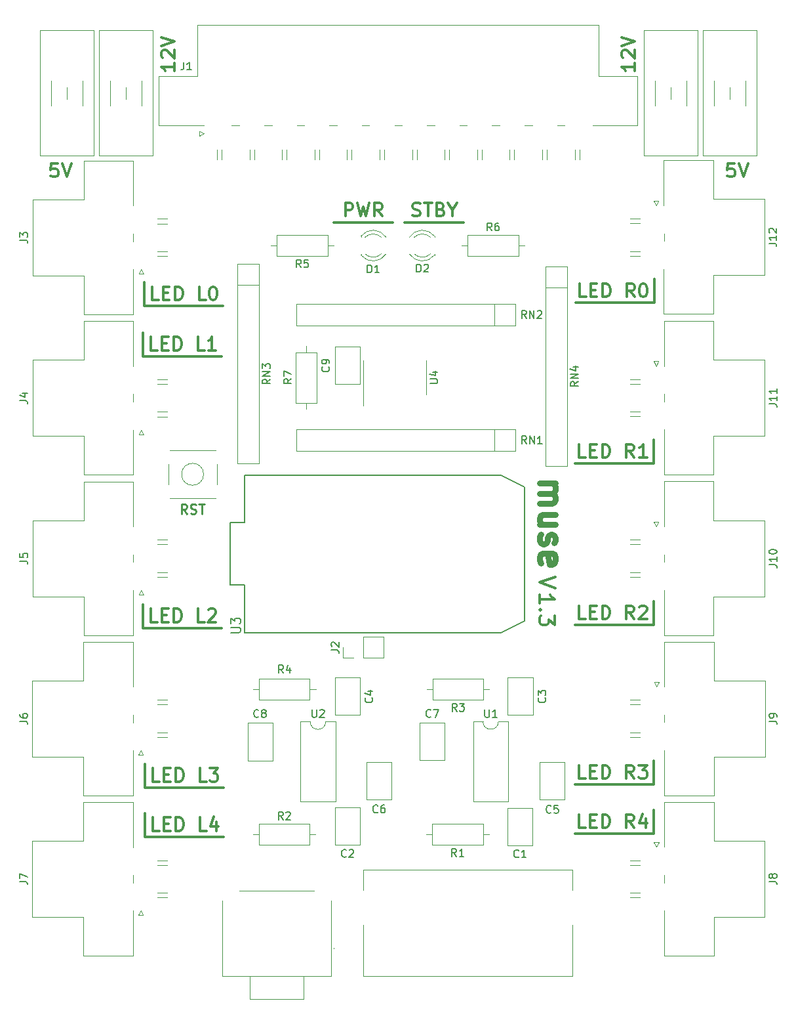
<source format=gbr>
%TF.GenerationSoftware,KiCad,Pcbnew,(5.1.8-0-10_14)*%
%TF.CreationDate,2021-03-27T13:16:03-04:00*%
%TF.ProjectId,muse,6d757365-2e6b-4696-9361-645f70636258,rev?*%
%TF.SameCoordinates,Original*%
%TF.FileFunction,Legend,Top*%
%TF.FilePolarity,Positive*%
%FSLAX46Y46*%
G04 Gerber Fmt 4.6, Leading zero omitted, Abs format (unit mm)*
G04 Created by KiCad (PCBNEW (5.1.8-0-10_14)) date 2021-03-27 13:16:03*
%MOMM*%
%LPD*%
G01*
G04 APERTURE LIST*
%ADD10C,0.300000*%
%ADD11C,0.250000*%
%ADD12C,0.350000*%
%ADD13C,0.750000*%
%ADD14C,0.120000*%
%ADD15C,0.100000*%
%ADD16C,0.150000*%
G04 APERTURE END LIST*
D10*
X36224666Y-26102333D02*
X36224666Y-27102333D01*
X36224666Y-26602333D02*
X34474666Y-26602333D01*
X34724666Y-26769000D01*
X34891333Y-26935666D01*
X34974666Y-27102333D01*
X34641333Y-25435666D02*
X34558000Y-25352333D01*
X34474666Y-25185666D01*
X34474666Y-24769000D01*
X34558000Y-24602333D01*
X34641333Y-24519000D01*
X34808000Y-24435666D01*
X34974666Y-24435666D01*
X35224666Y-24519000D01*
X36224666Y-25519000D01*
X36224666Y-24435666D01*
X34474666Y-23935666D02*
X36224666Y-23352333D01*
X34474666Y-22769000D01*
X95660666Y-26102333D02*
X95660666Y-27102333D01*
X95660666Y-26602333D02*
X93910666Y-26602333D01*
X94160666Y-26769000D01*
X94327333Y-26935666D01*
X94410666Y-27102333D01*
X94077333Y-25435666D02*
X93994000Y-25352333D01*
X93910666Y-25185666D01*
X93910666Y-24769000D01*
X93994000Y-24602333D01*
X94077333Y-24519000D01*
X94244000Y-24435666D01*
X94410666Y-24435666D01*
X94660666Y-24519000D01*
X95660666Y-25519000D01*
X95660666Y-24435666D01*
X93910666Y-23935666D02*
X95660666Y-23352333D01*
X93910666Y-22769000D01*
X108505666Y-39046666D02*
X107672333Y-39046666D01*
X107589000Y-39880000D01*
X107672333Y-39796666D01*
X107839000Y-39713333D01*
X108255666Y-39713333D01*
X108422333Y-39796666D01*
X108505666Y-39880000D01*
X108589000Y-40046666D01*
X108589000Y-40463333D01*
X108505666Y-40630000D01*
X108422333Y-40713333D01*
X108255666Y-40796666D01*
X107839000Y-40796666D01*
X107672333Y-40713333D01*
X107589000Y-40630000D01*
X109089000Y-39046666D02*
X109672333Y-40796666D01*
X110255666Y-39046666D01*
X21129666Y-39046666D02*
X20296333Y-39046666D01*
X20213000Y-39880000D01*
X20296333Y-39796666D01*
X20463000Y-39713333D01*
X20879666Y-39713333D01*
X21046333Y-39796666D01*
X21129666Y-39880000D01*
X21213000Y-40046666D01*
X21213000Y-40463333D01*
X21129666Y-40630000D01*
X21046333Y-40713333D01*
X20879666Y-40796666D01*
X20463000Y-40796666D01*
X20296333Y-40713333D01*
X20213000Y-40630000D01*
X21713000Y-39046666D02*
X22296333Y-40796666D01*
X22879666Y-39046666D01*
X56799000Y-46641000D02*
X64389000Y-46641000D01*
X58245666Y-45876666D02*
X58245666Y-44126666D01*
X58912333Y-44126666D01*
X59079000Y-44210000D01*
X59162333Y-44293333D01*
X59245666Y-44460000D01*
X59245666Y-44710000D01*
X59162333Y-44876666D01*
X59079000Y-44960000D01*
X58912333Y-45043333D01*
X58245666Y-45043333D01*
X59829000Y-44126666D02*
X60245666Y-45876666D01*
X60579000Y-44626666D01*
X60912333Y-45876666D01*
X61329000Y-44126666D01*
X62995666Y-45876666D02*
X62412333Y-45043333D01*
X61995666Y-45876666D02*
X61995666Y-44126666D01*
X62662333Y-44126666D01*
X62829000Y-44210000D01*
X62912333Y-44293333D01*
X62995666Y-44460000D01*
X62995666Y-44710000D01*
X62912333Y-44876666D01*
X62829000Y-44960000D01*
X62662333Y-45043333D01*
X61995666Y-45043333D01*
X65943000Y-46641000D02*
X73533000Y-46641000D01*
X66931333Y-45793333D02*
X67181333Y-45876666D01*
X67598000Y-45876666D01*
X67764666Y-45793333D01*
X67848000Y-45710000D01*
X67931333Y-45543333D01*
X67931333Y-45376666D01*
X67848000Y-45210000D01*
X67764666Y-45126666D01*
X67598000Y-45043333D01*
X67264666Y-44960000D01*
X67098000Y-44876666D01*
X67014666Y-44793333D01*
X66931333Y-44626666D01*
X66931333Y-44460000D01*
X67014666Y-44293333D01*
X67098000Y-44210000D01*
X67264666Y-44126666D01*
X67681333Y-44126666D01*
X67931333Y-44210000D01*
X68431333Y-44126666D02*
X69431333Y-44126666D01*
X68931333Y-45876666D02*
X68931333Y-44126666D01*
X70598000Y-44960000D02*
X70848000Y-45043333D01*
X70931333Y-45126666D01*
X71014666Y-45293333D01*
X71014666Y-45543333D01*
X70931333Y-45710000D01*
X70848000Y-45793333D01*
X70681333Y-45876666D01*
X70014666Y-45876666D01*
X70014666Y-44126666D01*
X70598000Y-44126666D01*
X70764666Y-44210000D01*
X70848000Y-44293333D01*
X70931333Y-44460000D01*
X70931333Y-44626666D01*
X70848000Y-44793333D01*
X70764666Y-44876666D01*
X70598000Y-44960000D01*
X70014666Y-44960000D01*
X72098000Y-45043333D02*
X72098000Y-45876666D01*
X71514666Y-44126666D02*
X72098000Y-45043333D01*
X72681333Y-44126666D01*
D11*
X37796476Y-84258476D02*
X37379809Y-83663238D01*
X37082190Y-84258476D02*
X37082190Y-83008476D01*
X37558380Y-83008476D01*
X37677428Y-83068000D01*
X37736952Y-83127523D01*
X37796476Y-83246571D01*
X37796476Y-83425142D01*
X37736952Y-83544190D01*
X37677428Y-83603714D01*
X37558380Y-83663238D01*
X37082190Y-83663238D01*
X38272666Y-84198952D02*
X38451238Y-84258476D01*
X38748857Y-84258476D01*
X38867904Y-84198952D01*
X38927428Y-84139428D01*
X38986952Y-84020380D01*
X38986952Y-83901333D01*
X38927428Y-83782285D01*
X38867904Y-83722761D01*
X38748857Y-83663238D01*
X38510761Y-83603714D01*
X38391714Y-83544190D01*
X38332190Y-83484666D01*
X38272666Y-83365619D01*
X38272666Y-83246571D01*
X38332190Y-83127523D01*
X38391714Y-83068000D01*
X38510761Y-83008476D01*
X38808380Y-83008476D01*
X38986952Y-83068000D01*
X39344095Y-83008476D02*
X40058380Y-83008476D01*
X39701238Y-84258476D02*
X39701238Y-83008476D01*
D10*
X32415000Y-125889000D02*
X32415000Y-122841000D01*
X32415000Y-125889000D02*
X42575000Y-125889000D01*
X34225666Y-125156666D02*
X33392333Y-125156666D01*
X33392333Y-123406666D01*
X34809000Y-124240000D02*
X35392333Y-124240000D01*
X35642333Y-125156666D02*
X34809000Y-125156666D01*
X34809000Y-123406666D01*
X35642333Y-123406666D01*
X36392333Y-125156666D02*
X36392333Y-123406666D01*
X36809000Y-123406666D01*
X37059000Y-123490000D01*
X37225666Y-123656666D01*
X37309000Y-123823333D01*
X37392333Y-124156666D01*
X37392333Y-124406666D01*
X37309000Y-124740000D01*
X37225666Y-124906666D01*
X37059000Y-125073333D01*
X36809000Y-125156666D01*
X36392333Y-125156666D01*
X40309000Y-125156666D02*
X39475666Y-125156666D01*
X39475666Y-123406666D01*
X41642333Y-123990000D02*
X41642333Y-125156666D01*
X41225666Y-123323333D02*
X40809000Y-124573333D01*
X41892333Y-124573333D01*
X32415000Y-119539000D02*
X32415000Y-116491000D01*
X32415000Y-119539000D02*
X42575000Y-119539000D01*
X34225666Y-118806666D02*
X33392333Y-118806666D01*
X33392333Y-117056666D01*
X34809000Y-117890000D02*
X35392333Y-117890000D01*
X35642333Y-118806666D02*
X34809000Y-118806666D01*
X34809000Y-117056666D01*
X35642333Y-117056666D01*
X36392333Y-118806666D02*
X36392333Y-117056666D01*
X36809000Y-117056666D01*
X37059000Y-117140000D01*
X37225666Y-117306666D01*
X37309000Y-117473333D01*
X37392333Y-117806666D01*
X37392333Y-118056666D01*
X37309000Y-118390000D01*
X37225666Y-118556666D01*
X37059000Y-118723333D01*
X36809000Y-118806666D01*
X36392333Y-118806666D01*
X40309000Y-118806666D02*
X39475666Y-118806666D01*
X39475666Y-117056666D01*
X40725666Y-117056666D02*
X41809000Y-117056666D01*
X41225666Y-117723333D01*
X41475666Y-117723333D01*
X41642333Y-117806666D01*
X41725666Y-117890000D01*
X41809000Y-118056666D01*
X41809000Y-118473333D01*
X41725666Y-118640000D01*
X41642333Y-118723333D01*
X41475666Y-118806666D01*
X40975666Y-118806666D01*
X40809000Y-118723333D01*
X40725666Y-118640000D01*
X32161000Y-98965000D02*
X32161000Y-95917000D01*
X32161000Y-98965000D02*
X42321000Y-98965000D01*
X33971666Y-98232666D02*
X33138333Y-98232666D01*
X33138333Y-96482666D01*
X34555000Y-97316000D02*
X35138333Y-97316000D01*
X35388333Y-98232666D02*
X34555000Y-98232666D01*
X34555000Y-96482666D01*
X35388333Y-96482666D01*
X36138333Y-98232666D02*
X36138333Y-96482666D01*
X36555000Y-96482666D01*
X36805000Y-96566000D01*
X36971666Y-96732666D01*
X37055000Y-96899333D01*
X37138333Y-97232666D01*
X37138333Y-97482666D01*
X37055000Y-97816000D01*
X36971666Y-97982666D01*
X36805000Y-98149333D01*
X36555000Y-98232666D01*
X36138333Y-98232666D01*
X40055000Y-98232666D02*
X39221666Y-98232666D01*
X39221666Y-96482666D01*
X40555000Y-96649333D02*
X40638333Y-96566000D01*
X40805000Y-96482666D01*
X41221666Y-96482666D01*
X41388333Y-96566000D01*
X41471666Y-96649333D01*
X41555000Y-96816000D01*
X41555000Y-96982666D01*
X41471666Y-97232666D01*
X40471666Y-98232666D01*
X41555000Y-98232666D01*
X32161000Y-63913000D02*
X32161000Y-60865000D01*
X32161000Y-63913000D02*
X42321000Y-63913000D01*
X33971666Y-63180666D02*
X33138333Y-63180666D01*
X33138333Y-61430666D01*
X34555000Y-62264000D02*
X35138333Y-62264000D01*
X35388333Y-63180666D02*
X34555000Y-63180666D01*
X34555000Y-61430666D01*
X35388333Y-61430666D01*
X36138333Y-63180666D02*
X36138333Y-61430666D01*
X36555000Y-61430666D01*
X36805000Y-61514000D01*
X36971666Y-61680666D01*
X37055000Y-61847333D01*
X37138333Y-62180666D01*
X37138333Y-62430666D01*
X37055000Y-62764000D01*
X36971666Y-62930666D01*
X36805000Y-63097333D01*
X36555000Y-63180666D01*
X36138333Y-63180666D01*
X40055000Y-63180666D02*
X39221666Y-63180666D01*
X39221666Y-61430666D01*
X41555000Y-63180666D02*
X40555000Y-63180666D01*
X41055000Y-63180666D02*
X41055000Y-61430666D01*
X40888333Y-61680666D01*
X40721666Y-61847333D01*
X40555000Y-61930666D01*
X32321000Y-57425000D02*
X42481000Y-57425000D01*
X32321000Y-57425000D02*
X32321000Y-54377000D01*
X34131666Y-56692666D02*
X33298333Y-56692666D01*
X33298333Y-54942666D01*
X34715000Y-55776000D02*
X35298333Y-55776000D01*
X35548333Y-56692666D02*
X34715000Y-56692666D01*
X34715000Y-54942666D01*
X35548333Y-54942666D01*
X36298333Y-56692666D02*
X36298333Y-54942666D01*
X36715000Y-54942666D01*
X36965000Y-55026000D01*
X37131666Y-55192666D01*
X37215000Y-55359333D01*
X37298333Y-55692666D01*
X37298333Y-55942666D01*
X37215000Y-56276000D01*
X37131666Y-56442666D01*
X36965000Y-56609333D01*
X36715000Y-56692666D01*
X36298333Y-56692666D01*
X40215000Y-56692666D02*
X39381666Y-56692666D01*
X39381666Y-54942666D01*
X41131666Y-54942666D02*
X41298333Y-54942666D01*
X41465000Y-55026000D01*
X41548333Y-55109333D01*
X41631666Y-55276000D01*
X41715000Y-55609333D01*
X41715000Y-56026000D01*
X41631666Y-56359333D01*
X41548333Y-56526000D01*
X41465000Y-56609333D01*
X41298333Y-56692666D01*
X41131666Y-56692666D01*
X40965000Y-56609333D01*
X40881666Y-56526000D01*
X40798333Y-56359333D01*
X40715000Y-56026000D01*
X40715000Y-55609333D01*
X40798333Y-55276000D01*
X40881666Y-55109333D01*
X40965000Y-55026000D01*
X41131666Y-54942666D01*
X87947000Y-125497000D02*
X98107000Y-125497000D01*
X98107000Y-125497000D02*
X98107000Y-122449000D01*
X89273000Y-124764666D02*
X88439666Y-124764666D01*
X88439666Y-123014666D01*
X89856333Y-123848000D02*
X90439666Y-123848000D01*
X90689666Y-124764666D02*
X89856333Y-124764666D01*
X89856333Y-123014666D01*
X90689666Y-123014666D01*
X91439666Y-124764666D02*
X91439666Y-123014666D01*
X91856333Y-123014666D01*
X92106333Y-123098000D01*
X92273000Y-123264666D01*
X92356333Y-123431333D01*
X92439666Y-123764666D01*
X92439666Y-124014666D01*
X92356333Y-124348000D01*
X92273000Y-124514666D01*
X92106333Y-124681333D01*
X91856333Y-124764666D01*
X91439666Y-124764666D01*
X95523000Y-124764666D02*
X94939666Y-123931333D01*
X94523000Y-124764666D02*
X94523000Y-123014666D01*
X95189666Y-123014666D01*
X95356333Y-123098000D01*
X95439666Y-123181333D01*
X95523000Y-123348000D01*
X95523000Y-123598000D01*
X95439666Y-123764666D01*
X95356333Y-123848000D01*
X95189666Y-123931333D01*
X94523000Y-123931333D01*
X97023000Y-123598000D02*
X97023000Y-124764666D01*
X96606333Y-122931333D02*
X96189666Y-124181333D01*
X97273000Y-124181333D01*
X87947000Y-119147000D02*
X98107000Y-119147000D01*
X98107000Y-119147000D02*
X98107000Y-116099000D01*
X89273000Y-118414666D02*
X88439666Y-118414666D01*
X88439666Y-116664666D01*
X89856333Y-117498000D02*
X90439666Y-117498000D01*
X90689666Y-118414666D02*
X89856333Y-118414666D01*
X89856333Y-116664666D01*
X90689666Y-116664666D01*
X91439666Y-118414666D02*
X91439666Y-116664666D01*
X91856333Y-116664666D01*
X92106333Y-116748000D01*
X92273000Y-116914666D01*
X92356333Y-117081333D01*
X92439666Y-117414666D01*
X92439666Y-117664666D01*
X92356333Y-117998000D01*
X92273000Y-118164666D01*
X92106333Y-118331333D01*
X91856333Y-118414666D01*
X91439666Y-118414666D01*
X95523000Y-118414666D02*
X94939666Y-117581333D01*
X94523000Y-118414666D02*
X94523000Y-116664666D01*
X95189666Y-116664666D01*
X95356333Y-116748000D01*
X95439666Y-116831333D01*
X95523000Y-116998000D01*
X95523000Y-117248000D01*
X95439666Y-117414666D01*
X95356333Y-117498000D01*
X95189666Y-117581333D01*
X94523000Y-117581333D01*
X96106333Y-116664666D02*
X97189666Y-116664666D01*
X96606333Y-117331333D01*
X96856333Y-117331333D01*
X97023000Y-117414666D01*
X97106333Y-117498000D01*
X97189666Y-117664666D01*
X97189666Y-118081333D01*
X97106333Y-118248000D01*
X97023000Y-118331333D01*
X96856333Y-118414666D01*
X96356333Y-118414666D01*
X96189666Y-118331333D01*
X96106333Y-118248000D01*
X87947000Y-98573000D02*
X98107000Y-98573000D01*
X98107000Y-98573000D02*
X98107000Y-95525000D01*
X89273000Y-97840666D02*
X88439666Y-97840666D01*
X88439666Y-96090666D01*
X89856333Y-96924000D02*
X90439666Y-96924000D01*
X90689666Y-97840666D02*
X89856333Y-97840666D01*
X89856333Y-96090666D01*
X90689666Y-96090666D01*
X91439666Y-97840666D02*
X91439666Y-96090666D01*
X91856333Y-96090666D01*
X92106333Y-96174000D01*
X92273000Y-96340666D01*
X92356333Y-96507333D01*
X92439666Y-96840666D01*
X92439666Y-97090666D01*
X92356333Y-97424000D01*
X92273000Y-97590666D01*
X92106333Y-97757333D01*
X91856333Y-97840666D01*
X91439666Y-97840666D01*
X95523000Y-97840666D02*
X94939666Y-97007333D01*
X94523000Y-97840666D02*
X94523000Y-96090666D01*
X95189666Y-96090666D01*
X95356333Y-96174000D01*
X95439666Y-96257333D01*
X95523000Y-96424000D01*
X95523000Y-96674000D01*
X95439666Y-96840666D01*
X95356333Y-96924000D01*
X95189666Y-97007333D01*
X94523000Y-97007333D01*
X96189666Y-96257333D02*
X96273000Y-96174000D01*
X96439666Y-96090666D01*
X96856333Y-96090666D01*
X97023000Y-96174000D01*
X97106333Y-96257333D01*
X97189666Y-96424000D01*
X97189666Y-96590666D01*
X97106333Y-96840666D01*
X96106333Y-97840666D01*
X97189666Y-97840666D01*
X87947000Y-77745000D02*
X98107000Y-77745000D01*
X98107000Y-77745000D02*
X98107000Y-74697000D01*
X89273000Y-77012666D02*
X88439666Y-77012666D01*
X88439666Y-75262666D01*
X89856333Y-76096000D02*
X90439666Y-76096000D01*
X90689666Y-77012666D02*
X89856333Y-77012666D01*
X89856333Y-75262666D01*
X90689666Y-75262666D01*
X91439666Y-77012666D02*
X91439666Y-75262666D01*
X91856333Y-75262666D01*
X92106333Y-75346000D01*
X92273000Y-75512666D01*
X92356333Y-75679333D01*
X92439666Y-76012666D01*
X92439666Y-76262666D01*
X92356333Y-76596000D01*
X92273000Y-76762666D01*
X92106333Y-76929333D01*
X91856333Y-77012666D01*
X91439666Y-77012666D01*
X95523000Y-77012666D02*
X94939666Y-76179333D01*
X94523000Y-77012666D02*
X94523000Y-75262666D01*
X95189666Y-75262666D01*
X95356333Y-75346000D01*
X95439666Y-75429333D01*
X95523000Y-75596000D01*
X95523000Y-75846000D01*
X95439666Y-76012666D01*
X95356333Y-76096000D01*
X95189666Y-76179333D01*
X94523000Y-76179333D01*
X97189666Y-77012666D02*
X96189666Y-77012666D01*
X96689666Y-77012666D02*
X96689666Y-75262666D01*
X96523000Y-75512666D01*
X96356333Y-75679333D01*
X96189666Y-75762666D01*
X98171000Y-57023000D02*
X98171000Y-53975000D01*
X88011000Y-57023000D02*
X98171000Y-57023000D01*
X89337000Y-56290666D02*
X88503666Y-56290666D01*
X88503666Y-54540666D01*
X89920333Y-55374000D02*
X90503666Y-55374000D01*
X90753666Y-56290666D02*
X89920333Y-56290666D01*
X89920333Y-54540666D01*
X90753666Y-54540666D01*
X91503666Y-56290666D02*
X91503666Y-54540666D01*
X91920333Y-54540666D01*
X92170333Y-54624000D01*
X92337000Y-54790666D01*
X92420333Y-54957333D01*
X92503666Y-55290666D01*
X92503666Y-55540666D01*
X92420333Y-55874000D01*
X92337000Y-56040666D01*
X92170333Y-56207333D01*
X91920333Y-56290666D01*
X91503666Y-56290666D01*
X95587000Y-56290666D02*
X95003666Y-55457333D01*
X94587000Y-56290666D02*
X94587000Y-54540666D01*
X95253666Y-54540666D01*
X95420333Y-54624000D01*
X95503666Y-54707333D01*
X95587000Y-54874000D01*
X95587000Y-55124000D01*
X95503666Y-55290666D01*
X95420333Y-55374000D01*
X95253666Y-55457333D01*
X94587000Y-55457333D01*
X96670333Y-54540666D02*
X96837000Y-54540666D01*
X97003666Y-54624000D01*
X97087000Y-54707333D01*
X97170333Y-54874000D01*
X97253666Y-55207333D01*
X97253666Y-55624000D01*
X97170333Y-55957333D01*
X97087000Y-56124000D01*
X97003666Y-56207333D01*
X96837000Y-56290666D01*
X96670333Y-56290666D01*
X96503666Y-56207333D01*
X96420333Y-56124000D01*
X96337000Y-55957333D01*
X96253666Y-55624000D01*
X96253666Y-55207333D01*
X96337000Y-54874000D01*
X96420333Y-54707333D01*
X96503666Y-54624000D01*
X96670333Y-54540666D01*
D12*
X83318857Y-95811285D02*
X83318857Y-94697000D01*
X83318857Y-95254142D02*
X85268857Y-95254142D01*
X84990285Y-95068428D01*
X84804571Y-94882714D01*
X84711714Y-94697000D01*
X83504571Y-96647000D02*
X83411714Y-96739857D01*
X83318857Y-96647000D01*
X83411714Y-96554142D01*
X83504571Y-96647000D01*
X83318857Y-96647000D01*
X85268857Y-97389857D02*
X85268857Y-98597000D01*
X84526000Y-97947000D01*
X84526000Y-98225571D01*
X84433142Y-98411285D01*
X84340285Y-98504142D01*
X84154571Y-98597000D01*
X83690285Y-98597000D01*
X83504571Y-98504142D01*
X83411714Y-98411285D01*
X83318857Y-98225571D01*
X83318857Y-97668428D01*
X83411714Y-97482714D01*
X83504571Y-97389857D01*
X85351857Y-92376714D02*
X83351857Y-93091000D01*
X85351857Y-93805285D01*
D13*
X83351857Y-80328142D02*
X85351857Y-80328142D01*
X85066142Y-80328142D02*
X85209000Y-80471000D01*
X85351857Y-80756714D01*
X85351857Y-81185285D01*
X85209000Y-81471000D01*
X84923285Y-81613857D01*
X83351857Y-81613857D01*
X84923285Y-81613857D02*
X85209000Y-81756714D01*
X85351857Y-82042428D01*
X85351857Y-82471000D01*
X85209000Y-82756714D01*
X84923285Y-82899571D01*
X83351857Y-82899571D01*
X85351857Y-85613857D02*
X83351857Y-85613857D01*
X85351857Y-84328142D02*
X83780428Y-84328142D01*
X83494714Y-84471000D01*
X83351857Y-84756714D01*
X83351857Y-85185285D01*
X83494714Y-85471000D01*
X83637571Y-85613857D01*
X83494714Y-86899571D02*
X83351857Y-87185285D01*
X83351857Y-87756714D01*
X83494714Y-88042428D01*
X83780428Y-88185285D01*
X83923285Y-88185285D01*
X84209000Y-88042428D01*
X84351857Y-87756714D01*
X84351857Y-87328142D01*
X84494714Y-87042428D01*
X84780428Y-86899571D01*
X84923285Y-86899571D01*
X85209000Y-87042428D01*
X85351857Y-87328142D01*
X85351857Y-87756714D01*
X85209000Y-88042428D01*
X83494714Y-90613857D02*
X83351857Y-90328142D01*
X83351857Y-89756714D01*
X83494714Y-89471000D01*
X83780428Y-89328142D01*
X84923285Y-89328142D01*
X85209000Y-89471000D01*
X85351857Y-89756714D01*
X85351857Y-90328142D01*
X85209000Y-90613857D01*
X84923285Y-90756714D01*
X84637571Y-90756714D01*
X84351857Y-89328142D01*
D14*
%TO.C,C9*%
X60167000Y-62711000D02*
X60167000Y-67551000D01*
X56927000Y-62711000D02*
X56927000Y-67551000D01*
X60167000Y-62711000D02*
X56927000Y-62711000D01*
X60167000Y-67551000D02*
X56927000Y-67551000D01*
%TO.C,C8*%
X45637000Y-116077000D02*
X45637000Y-111237000D01*
X48877000Y-116077000D02*
X48877000Y-111237000D01*
X45637000Y-116077000D02*
X48877000Y-116077000D01*
X45637000Y-111237000D02*
X48877000Y-111237000D01*
%TO.C,C7*%
X67849000Y-116047000D02*
X67849000Y-111207000D01*
X71089000Y-116047000D02*
X71089000Y-111207000D01*
X67849000Y-116047000D02*
X71089000Y-116047000D01*
X67849000Y-111207000D02*
X71089000Y-111207000D01*
%TO.C,C6*%
X64231000Y-116305000D02*
X64231000Y-121145000D01*
X60991000Y-116305000D02*
X60991000Y-121145000D01*
X64231000Y-116305000D02*
X60991000Y-116305000D01*
X64231000Y-121145000D02*
X60991000Y-121145000D01*
%TO.C,C5*%
X86563000Y-116277000D02*
X86563000Y-121117000D01*
X83323000Y-116277000D02*
X83323000Y-121117000D01*
X86563000Y-116277000D02*
X83323000Y-116277000D01*
X86563000Y-121117000D02*
X83323000Y-121117000D01*
%TO.C,C4*%
X56947000Y-110177000D02*
X56947000Y-105337000D01*
X60187000Y-110177000D02*
X60187000Y-105337000D01*
X56947000Y-110177000D02*
X60187000Y-110177000D01*
X56947000Y-105337000D02*
X60187000Y-105337000D01*
%TO.C,C3*%
X79223000Y-110177000D02*
X79223000Y-105337000D01*
X82463000Y-110177000D02*
X82463000Y-105337000D01*
X79223000Y-110177000D02*
X82463000Y-110177000D01*
X79223000Y-105337000D02*
X82463000Y-105337000D01*
%TO.C,C2*%
X60167000Y-122147000D02*
X60167000Y-126987000D01*
X56927000Y-122147000D02*
X56927000Y-126987000D01*
X60167000Y-122147000D02*
X56927000Y-122147000D01*
X60167000Y-126987000D02*
X56927000Y-126987000D01*
%TO.C,C1*%
X82443000Y-122167000D02*
X82443000Y-127007000D01*
X79203000Y-122167000D02*
X79203000Y-127007000D01*
X82443000Y-122167000D02*
X79203000Y-122167000D01*
X82443000Y-127007000D02*
X79203000Y-127007000D01*
D15*
%TO.C,CON2*%
X56803000Y-140265000D02*
X56803000Y-140265000D01*
X56803000Y-140365000D02*
X56803000Y-140365000D01*
X52903000Y-146865000D02*
X52903000Y-143865000D01*
X45903000Y-146865000D02*
X52903000Y-146865000D01*
X45903000Y-143965000D02*
X45903000Y-146865000D01*
X44603000Y-132865000D02*
X54203000Y-132865000D01*
X56403000Y-143865000D02*
X56403000Y-134165000D01*
X42403000Y-143865000D02*
X56403000Y-143865000D01*
X42403000Y-134165000D02*
X42403000Y-143865000D01*
X56803000Y-140265000D02*
G75*
G02*
X56803000Y-140365000I0J-50000D01*
G01*
X56803000Y-140365000D02*
G75*
G02*
X56803000Y-140265000I0J50000D01*
G01*
D14*
%TO.C,U4*%
X60608000Y-66675000D02*
X60608000Y-70275000D01*
X60608000Y-66675000D02*
X60608000Y-64475000D01*
X68678000Y-66675000D02*
X68678000Y-68875000D01*
X68678000Y-66675000D02*
X68678000Y-64475000D01*
D16*
%TO.C,U3*%
X78370720Y-79252460D02*
X81400720Y-80776460D01*
X78370720Y-99572460D02*
X81400720Y-98048460D01*
X81400720Y-98048460D02*
X81400720Y-80776460D01*
X45260260Y-79252460D02*
X78370720Y-79252460D01*
X45260720Y-99572460D02*
X78370720Y-99572460D01*
X45260260Y-85399260D02*
X45260260Y-79252460D01*
X45260720Y-93425660D02*
X45260720Y-99572460D01*
X43355260Y-93425660D02*
X45260260Y-93425660D01*
X43355260Y-85399260D02*
X45260260Y-85399260D01*
X43355260Y-93425660D02*
X43355260Y-85399260D01*
D14*
%TO.C,U2*%
X53727000Y-111057000D02*
X52477000Y-111057000D01*
X52477000Y-111057000D02*
X52477000Y-121337000D01*
X52477000Y-121337000D02*
X56977000Y-121337000D01*
X56977000Y-121337000D02*
X56977000Y-111057000D01*
X56977000Y-111057000D02*
X55727000Y-111057000D01*
X55727000Y-111057000D02*
G75*
G02*
X53727000Y-111057000I-1000000J0D01*
G01*
%TO.C,U1*%
X76023000Y-111047000D02*
X74773000Y-111047000D01*
X74773000Y-111047000D02*
X74773000Y-121327000D01*
X74773000Y-121327000D02*
X79273000Y-121327000D01*
X79273000Y-121327000D02*
X79273000Y-111047000D01*
X79273000Y-111047000D02*
X78023000Y-111047000D01*
X78023000Y-111047000D02*
G75*
G02*
X76023000Y-111047000I-1000000J0D01*
G01*
%TO.C,SW1*%
X35413000Y-80497000D02*
X35413000Y-77817000D01*
X41653000Y-77817000D02*
X41653000Y-80497000D01*
X41503000Y-82277000D02*
X35563000Y-82277000D01*
X41503000Y-76037000D02*
X35563000Y-76037000D01*
X39947214Y-79157000D02*
G75*
G03*
X39947214Y-79157000I-1414214J0D01*
G01*
%TO.C,RN4*%
X86871000Y-55085000D02*
X84071000Y-55085000D01*
X86871000Y-78115000D02*
X86871000Y-52375000D01*
X84071000Y-78115000D02*
X86871000Y-78115000D01*
X84071000Y-52375000D02*
X84071000Y-78115000D01*
X86871000Y-52375000D02*
X84071000Y-52375000D01*
%TO.C,RN3*%
X47115000Y-54761000D02*
X44315000Y-54761000D01*
X47115000Y-77791000D02*
X47115000Y-52051000D01*
X44315000Y-77791000D02*
X47115000Y-77791000D01*
X44315000Y-52051000D02*
X44315000Y-77791000D01*
X47115000Y-52051000D02*
X44315000Y-52051000D01*
%TO.C,RN2*%
X77525000Y-59947000D02*
X77525000Y-57147000D01*
X51955000Y-59947000D02*
X80235000Y-59947000D01*
X51955000Y-57147000D02*
X51955000Y-59947000D01*
X80235000Y-57147000D02*
X51955000Y-57147000D01*
X80235000Y-59947000D02*
X80235000Y-57147000D01*
%TO.C,RN1*%
X77535000Y-76151000D02*
X77535000Y-73351000D01*
X51965000Y-76151000D02*
X80245000Y-76151000D01*
X51965000Y-73351000D02*
X51965000Y-76151000D01*
X80245000Y-73351000D02*
X51965000Y-73351000D01*
X80245000Y-76151000D02*
X80245000Y-73351000D01*
%TO.C,R7*%
X53213000Y-62635000D02*
X53213000Y-63405000D01*
X53213000Y-70715000D02*
X53213000Y-69945000D01*
X51843000Y-63405000D02*
X51843000Y-69945000D01*
X54583000Y-63405000D02*
X51843000Y-63405000D01*
X54583000Y-69945000D02*
X54583000Y-63405000D01*
X51843000Y-69945000D02*
X54583000Y-69945000D01*
%TO.C,R6*%
X81383000Y-49657000D02*
X80613000Y-49657000D01*
X73303000Y-49657000D02*
X74073000Y-49657000D01*
X80613000Y-48287000D02*
X74073000Y-48287000D01*
X80613000Y-51027000D02*
X80613000Y-48287000D01*
X74073000Y-51027000D02*
X80613000Y-51027000D01*
X74073000Y-48287000D02*
X74073000Y-51027000D01*
%TO.C,R5*%
X48665000Y-49657000D02*
X49435000Y-49657000D01*
X56745000Y-49657000D02*
X55975000Y-49657000D01*
X49435000Y-51027000D02*
X55975000Y-51027000D01*
X49435000Y-48287000D02*
X49435000Y-51027000D01*
X55975000Y-48287000D02*
X49435000Y-48287000D01*
X55975000Y-51027000D02*
X55975000Y-48287000D01*
%TO.C,R4*%
X46357000Y-106887000D02*
X47127000Y-106887000D01*
X54437000Y-106887000D02*
X53667000Y-106887000D01*
X47127000Y-108257000D02*
X53667000Y-108257000D01*
X47127000Y-105517000D02*
X47127000Y-108257000D01*
X53667000Y-105517000D02*
X47127000Y-105517000D01*
X53667000Y-108257000D02*
X53667000Y-105517000D01*
%TO.C,R3*%
X68773000Y-106897000D02*
X69543000Y-106897000D01*
X76853000Y-106897000D02*
X76083000Y-106897000D01*
X69543000Y-108267000D02*
X76083000Y-108267000D01*
X69543000Y-105527000D02*
X69543000Y-108267000D01*
X76083000Y-105527000D02*
X69543000Y-105527000D01*
X76083000Y-108267000D02*
X76083000Y-105527000D01*
%TO.C,R2*%
X54427000Y-125607000D02*
X53657000Y-125607000D01*
X46347000Y-125607000D02*
X47117000Y-125607000D01*
X53657000Y-124237000D02*
X47117000Y-124237000D01*
X53657000Y-126977000D02*
X53657000Y-124237000D01*
X47117000Y-126977000D02*
X53657000Y-126977000D01*
X47117000Y-124237000D02*
X47117000Y-126977000D01*
%TO.C,R1*%
X68723000Y-125617000D02*
X69493000Y-125617000D01*
X76803000Y-125617000D02*
X76033000Y-125617000D01*
X69493000Y-126987000D02*
X76033000Y-126987000D01*
X69493000Y-124247000D02*
X69493000Y-126987000D01*
X76033000Y-124247000D02*
X69493000Y-124247000D01*
X76033000Y-126987000D02*
X76033000Y-124247000D01*
%TO.C,J12*%
X112407000Y-48573000D02*
X112407000Y-43663000D01*
X112407000Y-43663000D02*
X105807000Y-43663000D01*
X105807000Y-43663000D02*
X105807000Y-38663000D01*
X105807000Y-38663000D02*
X99387000Y-38663000D01*
X99387000Y-38663000D02*
X99387000Y-44473000D01*
X112407000Y-48573000D02*
X112407000Y-53483000D01*
X112407000Y-53483000D02*
X105807000Y-53483000D01*
X105807000Y-53483000D02*
X105807000Y-58483000D01*
X105807000Y-58483000D02*
X99387000Y-58483000D01*
X99387000Y-58483000D02*
X99387000Y-52673000D01*
X96287000Y-46173000D02*
X95007000Y-46173000D01*
X96287000Y-46773000D02*
X95007000Y-46773000D01*
X96287000Y-50373000D02*
X95007000Y-50373000D01*
X96287000Y-50973000D02*
X95007000Y-50973000D01*
X99397000Y-48083000D02*
X99397000Y-49063000D01*
X98397000Y-44473000D02*
X98097000Y-43873000D01*
X98097000Y-43873000D02*
X98697000Y-43873000D01*
X98697000Y-43873000D02*
X98397000Y-44473000D01*
%TO.C,J11*%
X112417000Y-69283000D02*
X112417000Y-64373000D01*
X112417000Y-64373000D02*
X105817000Y-64373000D01*
X105817000Y-64373000D02*
X105817000Y-59373000D01*
X105817000Y-59373000D02*
X99397000Y-59373000D01*
X99397000Y-59373000D02*
X99397000Y-65183000D01*
X112417000Y-69283000D02*
X112417000Y-74193000D01*
X112417000Y-74193000D02*
X105817000Y-74193000D01*
X105817000Y-74193000D02*
X105817000Y-79193000D01*
X105817000Y-79193000D02*
X99397000Y-79193000D01*
X99397000Y-79193000D02*
X99397000Y-73383000D01*
X96297000Y-66883000D02*
X95017000Y-66883000D01*
X96297000Y-67483000D02*
X95017000Y-67483000D01*
X96297000Y-71083000D02*
X95017000Y-71083000D01*
X96297000Y-71683000D02*
X95017000Y-71683000D01*
X99407000Y-68793000D02*
X99407000Y-69773000D01*
X98407000Y-65183000D02*
X98107000Y-64583000D01*
X98107000Y-64583000D02*
X98707000Y-64583000D01*
X98707000Y-64583000D02*
X98407000Y-65183000D01*
%TO.C,J10*%
X112417000Y-89993000D02*
X112417000Y-85083000D01*
X112417000Y-85083000D02*
X105817000Y-85083000D01*
X105817000Y-85083000D02*
X105817000Y-80083000D01*
X105817000Y-80083000D02*
X99397000Y-80083000D01*
X99397000Y-80083000D02*
X99397000Y-85893000D01*
X112417000Y-89993000D02*
X112417000Y-94903000D01*
X112417000Y-94903000D02*
X105817000Y-94903000D01*
X105817000Y-94903000D02*
X105817000Y-99903000D01*
X105817000Y-99903000D02*
X99397000Y-99903000D01*
X99397000Y-99903000D02*
X99397000Y-94093000D01*
X96297000Y-87593000D02*
X95017000Y-87593000D01*
X96297000Y-88193000D02*
X95017000Y-88193000D01*
X96297000Y-91793000D02*
X95017000Y-91793000D01*
X96297000Y-92393000D02*
X95017000Y-92393000D01*
X99407000Y-89503000D02*
X99407000Y-90483000D01*
X98407000Y-85893000D02*
X98107000Y-85293000D01*
X98107000Y-85293000D02*
X98707000Y-85293000D01*
X98707000Y-85293000D02*
X98407000Y-85893000D01*
%TO.C,J9*%
X112437000Y-110663000D02*
X112437000Y-105753000D01*
X112437000Y-105753000D02*
X105837000Y-105753000D01*
X105837000Y-105753000D02*
X105837000Y-100753000D01*
X105837000Y-100753000D02*
X99417000Y-100753000D01*
X99417000Y-100753000D02*
X99417000Y-106563000D01*
X112437000Y-110663000D02*
X112437000Y-115573000D01*
X112437000Y-115573000D02*
X105837000Y-115573000D01*
X105837000Y-115573000D02*
X105837000Y-120573000D01*
X105837000Y-120573000D02*
X99417000Y-120573000D01*
X99417000Y-120573000D02*
X99417000Y-114763000D01*
X96317000Y-108263000D02*
X95037000Y-108263000D01*
X96317000Y-108863000D02*
X95037000Y-108863000D01*
X96317000Y-112463000D02*
X95037000Y-112463000D01*
X96317000Y-113063000D02*
X95037000Y-113063000D01*
X99427000Y-110173000D02*
X99427000Y-111153000D01*
X98427000Y-106563000D02*
X98127000Y-105963000D01*
X98127000Y-105963000D02*
X98727000Y-105963000D01*
X98727000Y-105963000D02*
X98427000Y-106563000D01*
%TO.C,J8*%
X112427000Y-131343000D02*
X112427000Y-126433000D01*
X112427000Y-126433000D02*
X105827000Y-126433000D01*
X105827000Y-126433000D02*
X105827000Y-121433000D01*
X105827000Y-121433000D02*
X99407000Y-121433000D01*
X99407000Y-121433000D02*
X99407000Y-127243000D01*
X112427000Y-131343000D02*
X112427000Y-136253000D01*
X112427000Y-136253000D02*
X105827000Y-136253000D01*
X105827000Y-136253000D02*
X105827000Y-141253000D01*
X105827000Y-141253000D02*
X99407000Y-141253000D01*
X99407000Y-141253000D02*
X99407000Y-135443000D01*
X96307000Y-128943000D02*
X95027000Y-128943000D01*
X96307000Y-129543000D02*
X95027000Y-129543000D01*
X96307000Y-133143000D02*
X95027000Y-133143000D01*
X96307000Y-133743000D02*
X95027000Y-133743000D01*
X99417000Y-130853000D02*
X99417000Y-131833000D01*
X98417000Y-127243000D02*
X98117000Y-126643000D01*
X98117000Y-126643000D02*
X98717000Y-126643000D01*
X98717000Y-126643000D02*
X98417000Y-127243000D01*
%TO.C,J7*%
X17835000Y-131347000D02*
X17835000Y-136257000D01*
X17835000Y-136257000D02*
X24435000Y-136257000D01*
X24435000Y-136257000D02*
X24435000Y-141257000D01*
X24435000Y-141257000D02*
X30855000Y-141257000D01*
X30855000Y-141257000D02*
X30855000Y-135447000D01*
X17835000Y-131347000D02*
X17835000Y-126437000D01*
X17835000Y-126437000D02*
X24435000Y-126437000D01*
X24435000Y-126437000D02*
X24435000Y-121437000D01*
X24435000Y-121437000D02*
X30855000Y-121437000D01*
X30855000Y-121437000D02*
X30855000Y-127247000D01*
X33955000Y-133747000D02*
X35235000Y-133747000D01*
X33955000Y-133147000D02*
X35235000Y-133147000D01*
X33955000Y-129547000D02*
X35235000Y-129547000D01*
X33955000Y-128947000D02*
X35235000Y-128947000D01*
X30845000Y-131837000D02*
X30845000Y-130857000D01*
X31845000Y-135447000D02*
X32145000Y-136047000D01*
X32145000Y-136047000D02*
X31545000Y-136047000D01*
X31545000Y-136047000D02*
X31845000Y-135447000D01*
%TO.C,J6*%
X17855000Y-110667000D02*
X17855000Y-115577000D01*
X17855000Y-115577000D02*
X24455000Y-115577000D01*
X24455000Y-115577000D02*
X24455000Y-120577000D01*
X24455000Y-120577000D02*
X30875000Y-120577000D01*
X30875000Y-120577000D02*
X30875000Y-114767000D01*
X17855000Y-110667000D02*
X17855000Y-105757000D01*
X17855000Y-105757000D02*
X24455000Y-105757000D01*
X24455000Y-105757000D02*
X24455000Y-100757000D01*
X24455000Y-100757000D02*
X30875000Y-100757000D01*
X30875000Y-100757000D02*
X30875000Y-106567000D01*
X33975000Y-113067000D02*
X35255000Y-113067000D01*
X33975000Y-112467000D02*
X35255000Y-112467000D01*
X33975000Y-108867000D02*
X35255000Y-108867000D01*
X33975000Y-108267000D02*
X35255000Y-108267000D01*
X30865000Y-111157000D02*
X30865000Y-110177000D01*
X31865000Y-114767000D02*
X32165000Y-115367000D01*
X32165000Y-115367000D02*
X31565000Y-115367000D01*
X31565000Y-115367000D02*
X31865000Y-114767000D01*
%TO.C,J5*%
X17865000Y-89997000D02*
X17865000Y-94907000D01*
X17865000Y-94907000D02*
X24465000Y-94907000D01*
X24465000Y-94907000D02*
X24465000Y-99907000D01*
X24465000Y-99907000D02*
X30885000Y-99907000D01*
X30885000Y-99907000D02*
X30885000Y-94097000D01*
X17865000Y-89997000D02*
X17865000Y-85087000D01*
X17865000Y-85087000D02*
X24465000Y-85087000D01*
X24465000Y-85087000D02*
X24465000Y-80087000D01*
X24465000Y-80087000D02*
X30885000Y-80087000D01*
X30885000Y-80087000D02*
X30885000Y-85897000D01*
X33985000Y-92397000D02*
X35265000Y-92397000D01*
X33985000Y-91797000D02*
X35265000Y-91797000D01*
X33985000Y-88197000D02*
X35265000Y-88197000D01*
X33985000Y-87597000D02*
X35265000Y-87597000D01*
X30875000Y-90487000D02*
X30875000Y-89507000D01*
X31875000Y-94097000D02*
X32175000Y-94697000D01*
X32175000Y-94697000D02*
X31575000Y-94697000D01*
X31575000Y-94697000D02*
X31875000Y-94097000D01*
%TO.C,J4*%
X17875000Y-69307000D02*
X17875000Y-74217000D01*
X17875000Y-74217000D02*
X24475000Y-74217000D01*
X24475000Y-74217000D02*
X24475000Y-79217000D01*
X24475000Y-79217000D02*
X30895000Y-79217000D01*
X30895000Y-79217000D02*
X30895000Y-73407000D01*
X17875000Y-69307000D02*
X17875000Y-64397000D01*
X17875000Y-64397000D02*
X24475000Y-64397000D01*
X24475000Y-64397000D02*
X24475000Y-59397000D01*
X24475000Y-59397000D02*
X30895000Y-59397000D01*
X30895000Y-59397000D02*
X30895000Y-65207000D01*
X33995000Y-71707000D02*
X35275000Y-71707000D01*
X33995000Y-71107000D02*
X35275000Y-71107000D01*
X33995000Y-67507000D02*
X35275000Y-67507000D01*
X33995000Y-66907000D02*
X35275000Y-66907000D01*
X30885000Y-69797000D02*
X30885000Y-68817000D01*
X31885000Y-73407000D02*
X32185000Y-74007000D01*
X32185000Y-74007000D02*
X31585000Y-74007000D01*
X31585000Y-74007000D02*
X31885000Y-73407000D01*
%TO.C,J3*%
X17865000Y-48617000D02*
X17865000Y-53527000D01*
X17865000Y-53527000D02*
X24465000Y-53527000D01*
X24465000Y-53527000D02*
X24465000Y-58527000D01*
X24465000Y-58527000D02*
X30885000Y-58527000D01*
X30885000Y-58527000D02*
X30885000Y-52717000D01*
X17865000Y-48617000D02*
X17865000Y-43707000D01*
X17865000Y-43707000D02*
X24465000Y-43707000D01*
X24465000Y-43707000D02*
X24465000Y-38707000D01*
X24465000Y-38707000D02*
X30885000Y-38707000D01*
X30885000Y-38707000D02*
X30885000Y-44517000D01*
X33985000Y-51017000D02*
X35265000Y-51017000D01*
X33985000Y-50417000D02*
X35265000Y-50417000D01*
X33985000Y-46817000D02*
X35265000Y-46817000D01*
X33985000Y-46217000D02*
X35265000Y-46217000D01*
X30875000Y-49107000D02*
X30875000Y-48127000D01*
X31875000Y-52717000D02*
X32175000Y-53317000D01*
X32175000Y-53317000D02*
X31575000Y-53317000D01*
X31575000Y-53317000D02*
X31875000Y-52717000D01*
%TO.C,J2*%
X57979000Y-102803000D02*
X57979000Y-101473000D01*
X59309000Y-102803000D02*
X57979000Y-102803000D01*
X60579000Y-102803000D02*
X60579000Y-100143000D01*
X60579000Y-100143000D02*
X63179000Y-100143000D01*
X60579000Y-102803000D02*
X63179000Y-102803000D01*
X63179000Y-102803000D02*
X63179000Y-100143000D01*
%TO.C,J1*%
X65085000Y-21169000D02*
X39175000Y-21169000D01*
X39175000Y-21169000D02*
X39175000Y-27769000D01*
X39175000Y-27769000D02*
X34175000Y-27769000D01*
X34175000Y-27769000D02*
X34175000Y-34189000D01*
X34175000Y-34189000D02*
X39985000Y-34189000D01*
X65085000Y-21169000D02*
X90995000Y-21169000D01*
X90995000Y-21169000D02*
X90995000Y-27769000D01*
X90995000Y-27769000D02*
X95995000Y-27769000D01*
X95995000Y-27769000D02*
X95995000Y-34189000D01*
X95995000Y-34189000D02*
X90185000Y-34189000D01*
X41685000Y-37289000D02*
X41685000Y-38569000D01*
X42285000Y-37289000D02*
X42285000Y-38569000D01*
X45885000Y-37289000D02*
X45885000Y-38569000D01*
X46485000Y-37289000D02*
X46485000Y-38569000D01*
X50085000Y-37289000D02*
X50085000Y-38569000D01*
X50685000Y-37289000D02*
X50685000Y-38569000D01*
X54285000Y-37289000D02*
X54285000Y-38569000D01*
X54885000Y-37289000D02*
X54885000Y-38569000D01*
X58485000Y-37289000D02*
X58485000Y-38569000D01*
X59085000Y-37289000D02*
X59085000Y-38569000D01*
X62685000Y-37289000D02*
X62685000Y-38569000D01*
X63285000Y-37289000D02*
X63285000Y-38569000D01*
X66885000Y-37289000D02*
X66885000Y-38569000D01*
X67485000Y-37289000D02*
X67485000Y-38569000D01*
X71085000Y-37289000D02*
X71085000Y-38569000D01*
X71685000Y-37289000D02*
X71685000Y-38569000D01*
X75285000Y-37289000D02*
X75285000Y-38569000D01*
X75885000Y-37289000D02*
X75885000Y-38569000D01*
X79485000Y-37289000D02*
X79485000Y-38569000D01*
X80085000Y-37289000D02*
X80085000Y-38569000D01*
X83685000Y-37289000D02*
X83685000Y-38569000D01*
X84285000Y-37289000D02*
X84285000Y-38569000D01*
X87885000Y-37289000D02*
X87885000Y-38569000D01*
X88485000Y-37289000D02*
X88485000Y-38569000D01*
X43595000Y-34179000D02*
X44575000Y-34179000D01*
X47795000Y-34179000D02*
X48775000Y-34179000D01*
X51995000Y-34179000D02*
X52975000Y-34179000D01*
X56195000Y-34179000D02*
X57175000Y-34179000D01*
X60395000Y-34179000D02*
X61375000Y-34179000D01*
X64595000Y-34179000D02*
X65575000Y-34179000D01*
X68795000Y-34179000D02*
X69775000Y-34179000D01*
X72995000Y-34179000D02*
X73975000Y-34179000D01*
X77195000Y-34179000D02*
X78175000Y-34179000D01*
X81395000Y-34179000D02*
X82375000Y-34179000D01*
X85595000Y-34179000D02*
X86575000Y-34179000D01*
X39985000Y-35179000D02*
X39385000Y-35479000D01*
X39385000Y-35479000D02*
X39385000Y-34879000D01*
X39385000Y-34879000D02*
X39985000Y-35179000D01*
%TO.C,F4*%
X109901000Y-28379000D02*
X109901000Y-31579000D01*
X105901000Y-31579000D02*
X105901000Y-28379000D01*
X107901000Y-29229000D02*
X107901000Y-30729000D01*
X111371000Y-38079000D02*
X111371000Y-21879000D01*
X104431000Y-38079000D02*
X111371000Y-38079000D01*
X104431000Y-21879000D02*
X104431000Y-38079000D01*
X111371000Y-21879000D02*
X104431000Y-21879000D01*
%TO.C,F3*%
X24303000Y-28379000D02*
X24303000Y-31579000D01*
X20303000Y-31579000D02*
X20303000Y-28379000D01*
X22303000Y-29229000D02*
X22303000Y-30729000D01*
X25773000Y-38079000D02*
X25773000Y-21879000D01*
X18833000Y-38079000D02*
X25773000Y-38079000D01*
X18833000Y-21879000D02*
X18833000Y-38079000D01*
X25773000Y-21879000D02*
X18833000Y-21879000D01*
%TO.C,F2*%
X102281000Y-28379000D02*
X102281000Y-31579000D01*
X98281000Y-31579000D02*
X98281000Y-28379000D01*
X100281000Y-29229000D02*
X100281000Y-30729000D01*
X103751000Y-38079000D02*
X103751000Y-21879000D01*
X96811000Y-38079000D02*
X103751000Y-38079000D01*
X96811000Y-21879000D02*
X96811000Y-38079000D01*
X103751000Y-21879000D02*
X96811000Y-21879000D01*
%TO.C,F1*%
X31923000Y-28379000D02*
X31923000Y-31579000D01*
X27923000Y-31579000D02*
X27923000Y-28379000D01*
X29923000Y-29229000D02*
X29923000Y-30729000D01*
X33393000Y-38079000D02*
X33393000Y-21879000D01*
X26453000Y-38079000D02*
X33393000Y-38079000D01*
X26453000Y-21879000D02*
X26453000Y-38079000D01*
X33393000Y-21879000D02*
X26453000Y-21879000D01*
%TO.C,D2*%
X69759000Y-48577000D02*
X69759000Y-48421000D01*
X69759000Y-50893000D02*
X69759000Y-50737000D01*
X67157870Y-48577163D02*
G75*
G02*
X69239961Y-48577000I1041130J-1079837D01*
G01*
X67157870Y-50736837D02*
G75*
G03*
X69239961Y-50737000I1041130J1079837D01*
G01*
X66526665Y-48578392D02*
G75*
G02*
X69759000Y-48421484I1672335J-1078608D01*
G01*
X66526665Y-50735608D02*
G75*
G03*
X69759000Y-50892516I1672335J1078608D01*
G01*
%TO.C,D1*%
X60289000Y-50737000D02*
X60289000Y-50893000D01*
X60289000Y-48421000D02*
X60289000Y-48577000D01*
X62890130Y-50736837D02*
G75*
G02*
X60808039Y-50737000I-1041130J1079837D01*
G01*
X62890130Y-48577163D02*
G75*
G03*
X60808039Y-48577000I-1041130J-1079837D01*
G01*
X63521335Y-50735608D02*
G75*
G02*
X60289000Y-50892516I-1672335J1078608D01*
G01*
X63521335Y-48578392D02*
G75*
G03*
X60289000Y-48421484I-1672335J-1078608D01*
G01*
D15*
%TO.C,CON1*%
X87541000Y-130183000D02*
X87541000Y-132758000D01*
X60541000Y-130183000D02*
X87541000Y-130183000D01*
X60541000Y-132758000D02*
X60541000Y-130183000D01*
X87541000Y-143883000D02*
X87541000Y-137258000D01*
X60541000Y-143883000D02*
X87541000Y-143883000D01*
X60541000Y-137258000D02*
X60541000Y-143883000D01*
%TO.C,C9*%
D16*
X56110142Y-65297666D02*
X56157761Y-65345285D01*
X56205380Y-65488142D01*
X56205380Y-65583380D01*
X56157761Y-65726238D01*
X56062523Y-65821476D01*
X55967285Y-65869095D01*
X55776809Y-65916714D01*
X55633952Y-65916714D01*
X55443476Y-65869095D01*
X55348238Y-65821476D01*
X55253000Y-65726238D01*
X55205380Y-65583380D01*
X55205380Y-65488142D01*
X55253000Y-65345285D01*
X55300619Y-65297666D01*
X56205380Y-64821476D02*
X56205380Y-64631000D01*
X56157761Y-64535761D01*
X56110142Y-64488142D01*
X55967285Y-64392904D01*
X55776809Y-64345285D01*
X55395857Y-64345285D01*
X55300619Y-64392904D01*
X55253000Y-64440523D01*
X55205380Y-64535761D01*
X55205380Y-64726238D01*
X55253000Y-64821476D01*
X55300619Y-64869095D01*
X55395857Y-64916714D01*
X55633952Y-64916714D01*
X55729190Y-64869095D01*
X55776809Y-64821476D01*
X55824428Y-64726238D01*
X55824428Y-64535761D01*
X55776809Y-64440523D01*
X55729190Y-64392904D01*
X55633952Y-64345285D01*
%TO.C,C8*%
X47050333Y-110424142D02*
X47002714Y-110471761D01*
X46859857Y-110519380D01*
X46764619Y-110519380D01*
X46621761Y-110471761D01*
X46526523Y-110376523D01*
X46478904Y-110281285D01*
X46431285Y-110090809D01*
X46431285Y-109947952D01*
X46478904Y-109757476D01*
X46526523Y-109662238D01*
X46621761Y-109567000D01*
X46764619Y-109519380D01*
X46859857Y-109519380D01*
X47002714Y-109567000D01*
X47050333Y-109614619D01*
X47621761Y-109947952D02*
X47526523Y-109900333D01*
X47478904Y-109852714D01*
X47431285Y-109757476D01*
X47431285Y-109709857D01*
X47478904Y-109614619D01*
X47526523Y-109567000D01*
X47621761Y-109519380D01*
X47812238Y-109519380D01*
X47907476Y-109567000D01*
X47955095Y-109614619D01*
X48002714Y-109709857D01*
X48002714Y-109757476D01*
X47955095Y-109852714D01*
X47907476Y-109900333D01*
X47812238Y-109947952D01*
X47621761Y-109947952D01*
X47526523Y-109995571D01*
X47478904Y-110043190D01*
X47431285Y-110138428D01*
X47431285Y-110328904D01*
X47478904Y-110424142D01*
X47526523Y-110471761D01*
X47621761Y-110519380D01*
X47812238Y-110519380D01*
X47907476Y-110471761D01*
X47955095Y-110424142D01*
X48002714Y-110328904D01*
X48002714Y-110138428D01*
X47955095Y-110043190D01*
X47907476Y-109995571D01*
X47812238Y-109947952D01*
%TO.C,C7*%
X69282333Y-110404142D02*
X69234714Y-110451761D01*
X69091857Y-110499380D01*
X68996619Y-110499380D01*
X68853761Y-110451761D01*
X68758523Y-110356523D01*
X68710904Y-110261285D01*
X68663285Y-110070809D01*
X68663285Y-109927952D01*
X68710904Y-109737476D01*
X68758523Y-109642238D01*
X68853761Y-109547000D01*
X68996619Y-109499380D01*
X69091857Y-109499380D01*
X69234714Y-109547000D01*
X69282333Y-109594619D01*
X69615666Y-109499380D02*
X70282333Y-109499380D01*
X69853761Y-110499380D01*
%TO.C,C6*%
X62444333Y-122722142D02*
X62396714Y-122769761D01*
X62253857Y-122817380D01*
X62158619Y-122817380D01*
X62015761Y-122769761D01*
X61920523Y-122674523D01*
X61872904Y-122579285D01*
X61825285Y-122388809D01*
X61825285Y-122245952D01*
X61872904Y-122055476D01*
X61920523Y-121960238D01*
X62015761Y-121865000D01*
X62158619Y-121817380D01*
X62253857Y-121817380D01*
X62396714Y-121865000D01*
X62444333Y-121912619D01*
X63301476Y-121817380D02*
X63111000Y-121817380D01*
X63015761Y-121865000D01*
X62968142Y-121912619D01*
X62872904Y-122055476D01*
X62825285Y-122245952D01*
X62825285Y-122626904D01*
X62872904Y-122722142D01*
X62920523Y-122769761D01*
X63015761Y-122817380D01*
X63206238Y-122817380D01*
X63301476Y-122769761D01*
X63349095Y-122722142D01*
X63396714Y-122626904D01*
X63396714Y-122388809D01*
X63349095Y-122293571D01*
X63301476Y-122245952D01*
X63206238Y-122198333D01*
X63015761Y-122198333D01*
X62920523Y-122245952D01*
X62872904Y-122293571D01*
X62825285Y-122388809D01*
%TO.C,C5*%
X84816333Y-122764142D02*
X84768714Y-122811761D01*
X84625857Y-122859380D01*
X84530619Y-122859380D01*
X84387761Y-122811761D01*
X84292523Y-122716523D01*
X84244904Y-122621285D01*
X84197285Y-122430809D01*
X84197285Y-122287952D01*
X84244904Y-122097476D01*
X84292523Y-122002238D01*
X84387761Y-121907000D01*
X84530619Y-121859380D01*
X84625857Y-121859380D01*
X84768714Y-121907000D01*
X84816333Y-121954619D01*
X85721095Y-121859380D02*
X85244904Y-121859380D01*
X85197285Y-122335571D01*
X85244904Y-122287952D01*
X85340142Y-122240333D01*
X85578238Y-122240333D01*
X85673476Y-122287952D01*
X85721095Y-122335571D01*
X85768714Y-122430809D01*
X85768714Y-122668904D01*
X85721095Y-122764142D01*
X85673476Y-122811761D01*
X85578238Y-122859380D01*
X85340142Y-122859380D01*
X85244904Y-122811761D01*
X85197285Y-122764142D01*
%TO.C,C4*%
X61698142Y-107989666D02*
X61745761Y-108037285D01*
X61793380Y-108180142D01*
X61793380Y-108275380D01*
X61745761Y-108418238D01*
X61650523Y-108513476D01*
X61555285Y-108561095D01*
X61364809Y-108608714D01*
X61221952Y-108608714D01*
X61031476Y-108561095D01*
X60936238Y-108513476D01*
X60841000Y-108418238D01*
X60793380Y-108275380D01*
X60793380Y-108180142D01*
X60841000Y-108037285D01*
X60888619Y-107989666D01*
X61126714Y-107132523D02*
X61793380Y-107132523D01*
X60745761Y-107370619D02*
X61460047Y-107608714D01*
X61460047Y-106989666D01*
%TO.C,C3*%
X84050142Y-107989666D02*
X84097761Y-108037285D01*
X84145380Y-108180142D01*
X84145380Y-108275380D01*
X84097761Y-108418238D01*
X84002523Y-108513476D01*
X83907285Y-108561095D01*
X83716809Y-108608714D01*
X83573952Y-108608714D01*
X83383476Y-108561095D01*
X83288238Y-108513476D01*
X83193000Y-108418238D01*
X83145380Y-108275380D01*
X83145380Y-108180142D01*
X83193000Y-108037285D01*
X83240619Y-107989666D01*
X83145380Y-107656333D02*
X83145380Y-107037285D01*
X83526333Y-107370619D01*
X83526333Y-107227761D01*
X83573952Y-107132523D01*
X83621571Y-107084904D01*
X83716809Y-107037285D01*
X83954904Y-107037285D01*
X84050142Y-107084904D01*
X84097761Y-107132523D01*
X84145380Y-107227761D01*
X84145380Y-107513476D01*
X84097761Y-107608714D01*
X84050142Y-107656333D01*
%TO.C,C2*%
X58390333Y-128454142D02*
X58342714Y-128501761D01*
X58199857Y-128549380D01*
X58104619Y-128549380D01*
X57961761Y-128501761D01*
X57866523Y-128406523D01*
X57818904Y-128311285D01*
X57771285Y-128120809D01*
X57771285Y-127977952D01*
X57818904Y-127787476D01*
X57866523Y-127692238D01*
X57961761Y-127597000D01*
X58104619Y-127549380D01*
X58199857Y-127549380D01*
X58342714Y-127597000D01*
X58390333Y-127644619D01*
X58771285Y-127644619D02*
X58818904Y-127597000D01*
X58914142Y-127549380D01*
X59152238Y-127549380D01*
X59247476Y-127597000D01*
X59295095Y-127644619D01*
X59342714Y-127739857D01*
X59342714Y-127835095D01*
X59295095Y-127977952D01*
X58723666Y-128549380D01*
X59342714Y-128549380D01*
%TO.C,C1*%
X80656333Y-128494142D02*
X80608714Y-128541761D01*
X80465857Y-128589380D01*
X80370619Y-128589380D01*
X80227761Y-128541761D01*
X80132523Y-128446523D01*
X80084904Y-128351285D01*
X80037285Y-128160809D01*
X80037285Y-128017952D01*
X80084904Y-127827476D01*
X80132523Y-127732238D01*
X80227761Y-127637000D01*
X80370619Y-127589380D01*
X80465857Y-127589380D01*
X80608714Y-127637000D01*
X80656333Y-127684619D01*
X81608714Y-128589380D02*
X81037285Y-128589380D01*
X81323000Y-128589380D02*
X81323000Y-127589380D01*
X81227761Y-127732238D01*
X81132523Y-127827476D01*
X81037285Y-127875095D01*
%TO.C,U4*%
X69175380Y-67436904D02*
X69984904Y-67436904D01*
X70080142Y-67389285D01*
X70127761Y-67341666D01*
X70175380Y-67246428D01*
X70175380Y-67055952D01*
X70127761Y-66960714D01*
X70080142Y-66913095D01*
X69984904Y-66865476D01*
X69175380Y-66865476D01*
X69508714Y-65960714D02*
X70175380Y-65960714D01*
X69127761Y-66198809D02*
X69842047Y-66436904D01*
X69842047Y-65817857D01*
%TO.C,U3*%
X43503117Y-99586745D02*
X44474545Y-99586745D01*
X44588831Y-99529602D01*
X44645974Y-99472460D01*
X44703117Y-99358174D01*
X44703117Y-99129602D01*
X44645974Y-99015317D01*
X44588831Y-98958174D01*
X44474545Y-98901031D01*
X43503117Y-98901031D01*
X43503117Y-98443888D02*
X43503117Y-97701031D01*
X43960260Y-98101031D01*
X43960260Y-97929602D01*
X44017402Y-97815317D01*
X44074545Y-97758174D01*
X44188831Y-97701031D01*
X44474545Y-97701031D01*
X44588831Y-97758174D01*
X44645974Y-97815317D01*
X44703117Y-97929602D01*
X44703117Y-98272460D01*
X44645974Y-98386745D01*
X44588831Y-98443888D01*
%TO.C,U2*%
X53965095Y-109509380D02*
X53965095Y-110318904D01*
X54012714Y-110414142D01*
X54060333Y-110461761D01*
X54155571Y-110509380D01*
X54346047Y-110509380D01*
X54441285Y-110461761D01*
X54488904Y-110414142D01*
X54536523Y-110318904D01*
X54536523Y-109509380D01*
X54965095Y-109604619D02*
X55012714Y-109557000D01*
X55107952Y-109509380D01*
X55346047Y-109509380D01*
X55441285Y-109557000D01*
X55488904Y-109604619D01*
X55536523Y-109699857D01*
X55536523Y-109795095D01*
X55488904Y-109937952D01*
X54917476Y-110509380D01*
X55536523Y-110509380D01*
%TO.C,U1*%
X76261095Y-109499380D02*
X76261095Y-110308904D01*
X76308714Y-110404142D01*
X76356333Y-110451761D01*
X76451571Y-110499380D01*
X76642047Y-110499380D01*
X76737285Y-110451761D01*
X76784904Y-110404142D01*
X76832523Y-110308904D01*
X76832523Y-109499380D01*
X77832523Y-110499380D02*
X77261095Y-110499380D01*
X77546809Y-110499380D02*
X77546809Y-109499380D01*
X77451571Y-109642238D01*
X77356333Y-109737476D01*
X77261095Y-109785095D01*
%TO.C,RN4*%
X88323380Y-67205476D02*
X87847190Y-67538809D01*
X88323380Y-67776904D02*
X87323380Y-67776904D01*
X87323380Y-67395952D01*
X87371000Y-67300714D01*
X87418619Y-67253095D01*
X87513857Y-67205476D01*
X87656714Y-67205476D01*
X87751952Y-67253095D01*
X87799571Y-67300714D01*
X87847190Y-67395952D01*
X87847190Y-67776904D01*
X88323380Y-66776904D02*
X87323380Y-66776904D01*
X88323380Y-66205476D01*
X87323380Y-66205476D01*
X87656714Y-65300714D02*
X88323380Y-65300714D01*
X87275761Y-65538809D02*
X87990047Y-65776904D01*
X87990047Y-65157857D01*
%TO.C,RN3*%
X48567380Y-66881476D02*
X48091190Y-67214809D01*
X48567380Y-67452904D02*
X47567380Y-67452904D01*
X47567380Y-67071952D01*
X47615000Y-66976714D01*
X47662619Y-66929095D01*
X47757857Y-66881476D01*
X47900714Y-66881476D01*
X47995952Y-66929095D01*
X48043571Y-66976714D01*
X48091190Y-67071952D01*
X48091190Y-67452904D01*
X48567380Y-66452904D02*
X47567380Y-66452904D01*
X48567380Y-65881476D01*
X47567380Y-65881476D01*
X47567380Y-65500523D02*
X47567380Y-64881476D01*
X47948333Y-65214809D01*
X47948333Y-65071952D01*
X47995952Y-64976714D01*
X48043571Y-64929095D01*
X48138809Y-64881476D01*
X48376904Y-64881476D01*
X48472142Y-64929095D01*
X48519761Y-64976714D01*
X48567380Y-65071952D01*
X48567380Y-65357666D01*
X48519761Y-65452904D01*
X48472142Y-65500523D01*
%TO.C,RN2*%
X81624523Y-59039380D02*
X81291190Y-58563190D01*
X81053095Y-59039380D02*
X81053095Y-58039380D01*
X81434047Y-58039380D01*
X81529285Y-58087000D01*
X81576904Y-58134619D01*
X81624523Y-58229857D01*
X81624523Y-58372714D01*
X81576904Y-58467952D01*
X81529285Y-58515571D01*
X81434047Y-58563190D01*
X81053095Y-58563190D01*
X82053095Y-59039380D02*
X82053095Y-58039380D01*
X82624523Y-59039380D01*
X82624523Y-58039380D01*
X83053095Y-58134619D02*
X83100714Y-58087000D01*
X83195952Y-58039380D01*
X83434047Y-58039380D01*
X83529285Y-58087000D01*
X83576904Y-58134619D01*
X83624523Y-58229857D01*
X83624523Y-58325095D01*
X83576904Y-58467952D01*
X83005476Y-59039380D01*
X83624523Y-59039380D01*
%TO.C,RN1*%
X81644523Y-75223380D02*
X81311190Y-74747190D01*
X81073095Y-75223380D02*
X81073095Y-74223380D01*
X81454047Y-74223380D01*
X81549285Y-74271000D01*
X81596904Y-74318619D01*
X81644523Y-74413857D01*
X81644523Y-74556714D01*
X81596904Y-74651952D01*
X81549285Y-74699571D01*
X81454047Y-74747190D01*
X81073095Y-74747190D01*
X82073095Y-75223380D02*
X82073095Y-74223380D01*
X82644523Y-75223380D01*
X82644523Y-74223380D01*
X83644523Y-75223380D02*
X83073095Y-75223380D01*
X83358809Y-75223380D02*
X83358809Y-74223380D01*
X83263571Y-74366238D01*
X83168333Y-74461476D01*
X83073095Y-74509095D01*
%TO.C,R7*%
X51295380Y-66841666D02*
X50819190Y-67175000D01*
X51295380Y-67413095D02*
X50295380Y-67413095D01*
X50295380Y-67032142D01*
X50343000Y-66936904D01*
X50390619Y-66889285D01*
X50485857Y-66841666D01*
X50628714Y-66841666D01*
X50723952Y-66889285D01*
X50771571Y-66936904D01*
X50819190Y-67032142D01*
X50819190Y-67413095D01*
X50295380Y-66508333D02*
X50295380Y-65841666D01*
X51295380Y-66270238D01*
%TO.C,R6*%
X77176333Y-47739380D02*
X76843000Y-47263190D01*
X76604904Y-47739380D02*
X76604904Y-46739380D01*
X76985857Y-46739380D01*
X77081095Y-46787000D01*
X77128714Y-46834619D01*
X77176333Y-46929857D01*
X77176333Y-47072714D01*
X77128714Y-47167952D01*
X77081095Y-47215571D01*
X76985857Y-47263190D01*
X76604904Y-47263190D01*
X78033476Y-46739380D02*
X77843000Y-46739380D01*
X77747761Y-46787000D01*
X77700142Y-46834619D01*
X77604904Y-46977476D01*
X77557285Y-47167952D01*
X77557285Y-47548904D01*
X77604904Y-47644142D01*
X77652523Y-47691761D01*
X77747761Y-47739380D01*
X77938238Y-47739380D01*
X78033476Y-47691761D01*
X78081095Y-47644142D01*
X78128714Y-47548904D01*
X78128714Y-47310809D01*
X78081095Y-47215571D01*
X78033476Y-47167952D01*
X77938238Y-47120333D01*
X77747761Y-47120333D01*
X77652523Y-47167952D01*
X77604904Y-47215571D01*
X77557285Y-47310809D01*
%TO.C,R5*%
X52538333Y-52479380D02*
X52205000Y-52003190D01*
X51966904Y-52479380D02*
X51966904Y-51479380D01*
X52347857Y-51479380D01*
X52443095Y-51527000D01*
X52490714Y-51574619D01*
X52538333Y-51669857D01*
X52538333Y-51812714D01*
X52490714Y-51907952D01*
X52443095Y-51955571D01*
X52347857Y-52003190D01*
X51966904Y-52003190D01*
X53443095Y-51479380D02*
X52966904Y-51479380D01*
X52919285Y-51955571D01*
X52966904Y-51907952D01*
X53062142Y-51860333D01*
X53300238Y-51860333D01*
X53395476Y-51907952D01*
X53443095Y-51955571D01*
X53490714Y-52050809D01*
X53490714Y-52288904D01*
X53443095Y-52384142D01*
X53395476Y-52431761D01*
X53300238Y-52479380D01*
X53062142Y-52479380D01*
X52966904Y-52431761D01*
X52919285Y-52384142D01*
%TO.C,R4*%
X50250333Y-104779380D02*
X49917000Y-104303190D01*
X49678904Y-104779380D02*
X49678904Y-103779380D01*
X50059857Y-103779380D01*
X50155095Y-103827000D01*
X50202714Y-103874619D01*
X50250333Y-103969857D01*
X50250333Y-104112714D01*
X50202714Y-104207952D01*
X50155095Y-104255571D01*
X50059857Y-104303190D01*
X49678904Y-104303190D01*
X51107476Y-104112714D02*
X51107476Y-104779380D01*
X50869380Y-103731761D02*
X50631285Y-104446047D01*
X51250333Y-104446047D01*
%TO.C,R3*%
X72646333Y-109719380D02*
X72313000Y-109243190D01*
X72074904Y-109719380D02*
X72074904Y-108719380D01*
X72455857Y-108719380D01*
X72551095Y-108767000D01*
X72598714Y-108814619D01*
X72646333Y-108909857D01*
X72646333Y-109052714D01*
X72598714Y-109147952D01*
X72551095Y-109195571D01*
X72455857Y-109243190D01*
X72074904Y-109243190D01*
X72979666Y-108719380D02*
X73598714Y-108719380D01*
X73265380Y-109100333D01*
X73408238Y-109100333D01*
X73503476Y-109147952D01*
X73551095Y-109195571D01*
X73598714Y-109290809D01*
X73598714Y-109528904D01*
X73551095Y-109624142D01*
X73503476Y-109671761D01*
X73408238Y-109719380D01*
X73122523Y-109719380D01*
X73027285Y-109671761D01*
X72979666Y-109624142D01*
%TO.C,R2*%
X50220333Y-123689380D02*
X49887000Y-123213190D01*
X49648904Y-123689380D02*
X49648904Y-122689380D01*
X50029857Y-122689380D01*
X50125095Y-122737000D01*
X50172714Y-122784619D01*
X50220333Y-122879857D01*
X50220333Y-123022714D01*
X50172714Y-123117952D01*
X50125095Y-123165571D01*
X50029857Y-123213190D01*
X49648904Y-123213190D01*
X50601285Y-122784619D02*
X50648904Y-122737000D01*
X50744142Y-122689380D01*
X50982238Y-122689380D01*
X51077476Y-122737000D01*
X51125095Y-122784619D01*
X51172714Y-122879857D01*
X51172714Y-122975095D01*
X51125095Y-123117952D01*
X50553666Y-123689380D01*
X51172714Y-123689380D01*
%TO.C,R1*%
X72596333Y-128439380D02*
X72263000Y-127963190D01*
X72024904Y-128439380D02*
X72024904Y-127439380D01*
X72405857Y-127439380D01*
X72501095Y-127487000D01*
X72548714Y-127534619D01*
X72596333Y-127629857D01*
X72596333Y-127772714D01*
X72548714Y-127867952D01*
X72501095Y-127915571D01*
X72405857Y-127963190D01*
X72024904Y-127963190D01*
X73548714Y-128439380D02*
X72977285Y-128439380D01*
X73263000Y-128439380D02*
X73263000Y-127439380D01*
X73167761Y-127582238D01*
X73072523Y-127677476D01*
X72977285Y-127725095D01*
%TO.C,J12*%
X112949380Y-49382523D02*
X113663666Y-49382523D01*
X113806523Y-49430142D01*
X113901761Y-49525380D01*
X113949380Y-49668238D01*
X113949380Y-49763476D01*
X113949380Y-48382523D02*
X113949380Y-48953952D01*
X113949380Y-48668238D02*
X112949380Y-48668238D01*
X113092238Y-48763476D01*
X113187476Y-48858714D01*
X113235095Y-48953952D01*
X113044619Y-48001571D02*
X112997000Y-47953952D01*
X112949380Y-47858714D01*
X112949380Y-47620619D01*
X112997000Y-47525380D01*
X113044619Y-47477761D01*
X113139857Y-47430142D01*
X113235095Y-47430142D01*
X113377952Y-47477761D01*
X113949380Y-48049190D01*
X113949380Y-47430142D01*
%TO.C,J11*%
X112959380Y-70092523D02*
X113673666Y-70092523D01*
X113816523Y-70140142D01*
X113911761Y-70235380D01*
X113959380Y-70378238D01*
X113959380Y-70473476D01*
X113959380Y-69092523D02*
X113959380Y-69663952D01*
X113959380Y-69378238D02*
X112959380Y-69378238D01*
X113102238Y-69473476D01*
X113197476Y-69568714D01*
X113245095Y-69663952D01*
X113959380Y-68140142D02*
X113959380Y-68711571D01*
X113959380Y-68425857D02*
X112959380Y-68425857D01*
X113102238Y-68521095D01*
X113197476Y-68616333D01*
X113245095Y-68711571D01*
%TO.C,J10*%
X112959380Y-90802523D02*
X113673666Y-90802523D01*
X113816523Y-90850142D01*
X113911761Y-90945380D01*
X113959380Y-91088238D01*
X113959380Y-91183476D01*
X113959380Y-89802523D02*
X113959380Y-90373952D01*
X113959380Y-90088238D02*
X112959380Y-90088238D01*
X113102238Y-90183476D01*
X113197476Y-90278714D01*
X113245095Y-90373952D01*
X112959380Y-89183476D02*
X112959380Y-89088238D01*
X113007000Y-88993000D01*
X113054619Y-88945380D01*
X113149857Y-88897761D01*
X113340333Y-88850142D01*
X113578428Y-88850142D01*
X113768904Y-88897761D01*
X113864142Y-88945380D01*
X113911761Y-88993000D01*
X113959380Y-89088238D01*
X113959380Y-89183476D01*
X113911761Y-89278714D01*
X113864142Y-89326333D01*
X113768904Y-89373952D01*
X113578428Y-89421571D01*
X113340333Y-89421571D01*
X113149857Y-89373952D01*
X113054619Y-89326333D01*
X113007000Y-89278714D01*
X112959380Y-89183476D01*
%TO.C,J9*%
X112979380Y-110996333D02*
X113693666Y-110996333D01*
X113836523Y-111043952D01*
X113931761Y-111139190D01*
X113979380Y-111282047D01*
X113979380Y-111377285D01*
X113979380Y-110472523D02*
X113979380Y-110282047D01*
X113931761Y-110186809D01*
X113884142Y-110139190D01*
X113741285Y-110043952D01*
X113550809Y-109996333D01*
X113169857Y-109996333D01*
X113074619Y-110043952D01*
X113027000Y-110091571D01*
X112979380Y-110186809D01*
X112979380Y-110377285D01*
X113027000Y-110472523D01*
X113074619Y-110520142D01*
X113169857Y-110567761D01*
X113407952Y-110567761D01*
X113503190Y-110520142D01*
X113550809Y-110472523D01*
X113598428Y-110377285D01*
X113598428Y-110186809D01*
X113550809Y-110091571D01*
X113503190Y-110043952D01*
X113407952Y-109996333D01*
%TO.C,J8*%
X112969380Y-131676333D02*
X113683666Y-131676333D01*
X113826523Y-131723952D01*
X113921761Y-131819190D01*
X113969380Y-131962047D01*
X113969380Y-132057285D01*
X113397952Y-131057285D02*
X113350333Y-131152523D01*
X113302714Y-131200142D01*
X113207476Y-131247761D01*
X113159857Y-131247761D01*
X113064619Y-131200142D01*
X113017000Y-131152523D01*
X112969380Y-131057285D01*
X112969380Y-130866809D01*
X113017000Y-130771571D01*
X113064619Y-130723952D01*
X113159857Y-130676333D01*
X113207476Y-130676333D01*
X113302714Y-130723952D01*
X113350333Y-130771571D01*
X113397952Y-130866809D01*
X113397952Y-131057285D01*
X113445571Y-131152523D01*
X113493190Y-131200142D01*
X113588428Y-131247761D01*
X113778904Y-131247761D01*
X113874142Y-131200142D01*
X113921761Y-131152523D01*
X113969380Y-131057285D01*
X113969380Y-130866809D01*
X113921761Y-130771571D01*
X113874142Y-130723952D01*
X113778904Y-130676333D01*
X113588428Y-130676333D01*
X113493190Y-130723952D01*
X113445571Y-130771571D01*
X113397952Y-130866809D01*
%TO.C,J7*%
X16197380Y-131680333D02*
X16911666Y-131680333D01*
X17054523Y-131727952D01*
X17149761Y-131823190D01*
X17197380Y-131966047D01*
X17197380Y-132061285D01*
X16197380Y-131299380D02*
X16197380Y-130632714D01*
X17197380Y-131061285D01*
%TO.C,J6*%
X16217380Y-111000333D02*
X16931666Y-111000333D01*
X17074523Y-111047952D01*
X17169761Y-111143190D01*
X17217380Y-111286047D01*
X17217380Y-111381285D01*
X16217380Y-110095571D02*
X16217380Y-110286047D01*
X16265000Y-110381285D01*
X16312619Y-110428904D01*
X16455476Y-110524142D01*
X16645952Y-110571761D01*
X17026904Y-110571761D01*
X17122142Y-110524142D01*
X17169761Y-110476523D01*
X17217380Y-110381285D01*
X17217380Y-110190809D01*
X17169761Y-110095571D01*
X17122142Y-110047952D01*
X17026904Y-110000333D01*
X16788809Y-110000333D01*
X16693571Y-110047952D01*
X16645952Y-110095571D01*
X16598333Y-110190809D01*
X16598333Y-110381285D01*
X16645952Y-110476523D01*
X16693571Y-110524142D01*
X16788809Y-110571761D01*
%TO.C,J5*%
X16227380Y-90330333D02*
X16941666Y-90330333D01*
X17084523Y-90377952D01*
X17179761Y-90473190D01*
X17227380Y-90616047D01*
X17227380Y-90711285D01*
X16227380Y-89377952D02*
X16227380Y-89854142D01*
X16703571Y-89901761D01*
X16655952Y-89854142D01*
X16608333Y-89758904D01*
X16608333Y-89520809D01*
X16655952Y-89425571D01*
X16703571Y-89377952D01*
X16798809Y-89330333D01*
X17036904Y-89330333D01*
X17132142Y-89377952D01*
X17179761Y-89425571D01*
X17227380Y-89520809D01*
X17227380Y-89758904D01*
X17179761Y-89854142D01*
X17132142Y-89901761D01*
%TO.C,J4*%
X16237380Y-69640333D02*
X16951666Y-69640333D01*
X17094523Y-69687952D01*
X17189761Y-69783190D01*
X17237380Y-69926047D01*
X17237380Y-70021285D01*
X16570714Y-68735571D02*
X17237380Y-68735571D01*
X16189761Y-68973666D02*
X16904047Y-69211761D01*
X16904047Y-68592714D01*
%TO.C,J3*%
X16227380Y-48950333D02*
X16941666Y-48950333D01*
X17084523Y-48997952D01*
X17179761Y-49093190D01*
X17227380Y-49236047D01*
X17227380Y-49331285D01*
X16227380Y-48569380D02*
X16227380Y-47950333D01*
X16608333Y-48283666D01*
X16608333Y-48140809D01*
X16655952Y-48045571D01*
X16703571Y-47997952D01*
X16798809Y-47950333D01*
X17036904Y-47950333D01*
X17132142Y-47997952D01*
X17179761Y-48045571D01*
X17227380Y-48140809D01*
X17227380Y-48426523D01*
X17179761Y-48521761D01*
X17132142Y-48569380D01*
%TO.C,J2*%
X56431380Y-101806333D02*
X57145666Y-101806333D01*
X57288523Y-101853952D01*
X57383761Y-101949190D01*
X57431380Y-102092047D01*
X57431380Y-102187285D01*
X56526619Y-101377761D02*
X56479000Y-101330142D01*
X56431380Y-101234904D01*
X56431380Y-100996809D01*
X56479000Y-100901571D01*
X56526619Y-100853952D01*
X56621857Y-100806333D01*
X56717095Y-100806333D01*
X56859952Y-100853952D01*
X57431380Y-101425380D01*
X57431380Y-100806333D01*
%TO.C,J1*%
X37385666Y-25995380D02*
X37385666Y-26709666D01*
X37338047Y-26852523D01*
X37242809Y-26947761D01*
X37099952Y-26995380D01*
X37004714Y-26995380D01*
X38385666Y-26995380D02*
X37814238Y-26995380D01*
X38099952Y-26995380D02*
X38099952Y-25995380D01*
X38004714Y-26138238D01*
X37909476Y-26233476D01*
X37814238Y-26281095D01*
%TO.C,D2*%
X67460904Y-53069380D02*
X67460904Y-52069380D01*
X67699000Y-52069380D01*
X67841857Y-52117000D01*
X67937095Y-52212238D01*
X67984714Y-52307476D01*
X68032333Y-52497952D01*
X68032333Y-52640809D01*
X67984714Y-52831285D01*
X67937095Y-52926523D01*
X67841857Y-53021761D01*
X67699000Y-53069380D01*
X67460904Y-53069380D01*
X68413285Y-52164619D02*
X68460904Y-52117000D01*
X68556142Y-52069380D01*
X68794238Y-52069380D01*
X68889476Y-52117000D01*
X68937095Y-52164619D01*
X68984714Y-52259857D01*
X68984714Y-52355095D01*
X68937095Y-52497952D01*
X68365666Y-53069380D01*
X68984714Y-53069380D01*
%TO.C,D1*%
X61110904Y-53157380D02*
X61110904Y-52157380D01*
X61349000Y-52157380D01*
X61491857Y-52205000D01*
X61587095Y-52300238D01*
X61634714Y-52395476D01*
X61682333Y-52585952D01*
X61682333Y-52728809D01*
X61634714Y-52919285D01*
X61587095Y-53014523D01*
X61491857Y-53109761D01*
X61349000Y-53157380D01*
X61110904Y-53157380D01*
X62634714Y-53157380D02*
X62063285Y-53157380D01*
X62349000Y-53157380D02*
X62349000Y-52157380D01*
X62253761Y-52300238D01*
X62158523Y-52395476D01*
X62063285Y-52443095D01*
%TD*%
M02*

</source>
